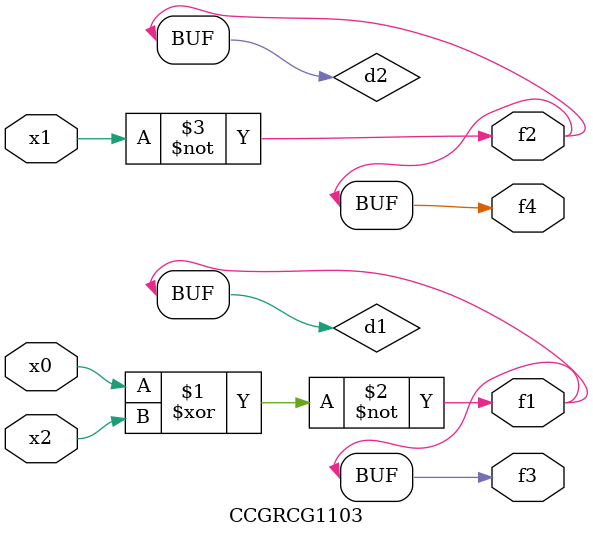
<source format=v>
module CCGRCG1103(
	input x0, x1, x2,
	output f1, f2, f3, f4
);

	wire d1, d2, d3;

	xnor (d1, x0, x2);
	nand (d2, x1);
	nor (d3, x1, x2);
	assign f1 = d1;
	assign f2 = d2;
	assign f3 = d1;
	assign f4 = d2;
endmodule

</source>
